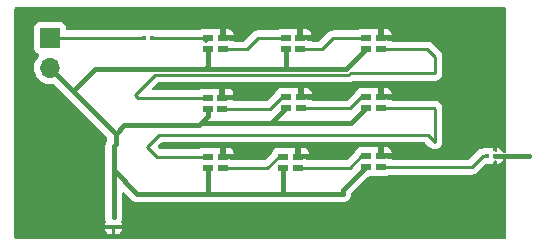
<source format=gbr>
%TF.GenerationSoftware,KiCad,Pcbnew,7.0.6*%
%TF.CreationDate,2023-07-25T20:45:16+02:00*%
%TF.ProjectId,led_strip,6c65645f-7374-4726-9970-2e6b69636164,rev?*%
%TF.SameCoordinates,Original*%
%TF.FileFunction,Copper,L1,Top*%
%TF.FilePolarity,Positive*%
%FSLAX46Y46*%
G04 Gerber Fmt 4.6, Leading zero omitted, Abs format (unit mm)*
G04 Created by KiCad (PCBNEW 7.0.6) date 2023-07-25 20:45:16*
%MOMM*%
%LPD*%
G01*
G04 APERTURE LIST*
%TA.AperFunction,SMDPad,CuDef*%
%ADD10R,0.858799X0.508800*%
%TD*%
%TA.AperFunction,SMDPad,CuDef*%
%ADD11R,0.377800X0.355600*%
%TD*%
%TA.AperFunction,SMDPad,CuDef*%
%ADD12R,0.406400X0.292100*%
%TD*%
%TA.AperFunction,ComponentPad*%
%ADD13R,1.700000X1.700000*%
%TD*%
%TA.AperFunction,ComponentPad*%
%ADD14O,1.700000X1.700000*%
%TD*%
%TA.AperFunction,Conductor*%
%ADD15C,0.400000*%
%TD*%
%TA.AperFunction,Conductor*%
%ADD16C,0.250000*%
%TD*%
G04 APERTURE END LIST*
D10*
%TO.P,U9,1,DIN*%
%TO.N,Net-(U8-DOUT)*%
X108758798Y-45000000D03*
%TO.P,U9,2,VDD*%
%TO.N,+5V*%
X108758798Y-45950000D03*
%TO.P,U9,3,DOUT*%
%TO.N,Net-(U9-DOUT)*%
X110000000Y-45950000D03*
%TO.P,U9,4,GND*%
%TO.N,Earth*%
X110000000Y-45000000D03*
%TD*%
%TO.P,U8,1,DIN*%
%TO.N,Net-(U7-DOUT)*%
X101758798Y-45050000D03*
%TO.P,U8,2,VDD*%
%TO.N,+5V*%
X101758798Y-46000000D03*
%TO.P,U8,3,DOUT*%
%TO.N,Net-(U8-DOUT)*%
X103000000Y-46000000D03*
%TO.P,U8,4,GND*%
%TO.N,Earth*%
X103000000Y-45050000D03*
%TD*%
%TO.P,U7,1,DIN*%
%TO.N,Net-(U6-DOUT)*%
X95379399Y-45050000D03*
%TO.P,U7,2,VDD*%
%TO.N,+5V*%
X95379399Y-46000000D03*
%TO.P,U7,3,DOUT*%
%TO.N,Net-(U7-DOUT)*%
X96620601Y-46000000D03*
%TO.P,U7,4,GND*%
%TO.N,Earth*%
X96620601Y-45050000D03*
%TD*%
%TO.P,U6,1,DIN*%
%TO.N,Net-(U5-DOUT)*%
X108758798Y-40000000D03*
%TO.P,U6,2,VDD*%
%TO.N,+5V*%
X108758798Y-40950000D03*
%TO.P,U6,3,DOUT*%
%TO.N,Net-(U6-DOUT)*%
X110000000Y-40950000D03*
%TO.P,U6,4,GND*%
%TO.N,Earth*%
X110000000Y-40000000D03*
%TD*%
%TO.P,U5,1,DIN*%
%TO.N,Net-(U4-DOUT)*%
X102000000Y-40000000D03*
%TO.P,U5,2,VDD*%
%TO.N,+5V*%
X102000000Y-40950000D03*
%TO.P,U5,3,DOUT*%
%TO.N,Net-(U5-DOUT)*%
X103241202Y-40950000D03*
%TO.P,U5,4,GND*%
%TO.N,Earth*%
X103241202Y-40000000D03*
%TD*%
%TO.P,U4,1,DIN*%
%TO.N,Net-(U3-DOUT)*%
X95358798Y-40050000D03*
%TO.P,U4,2,VDD*%
%TO.N,+5V*%
X95358798Y-41000000D03*
%TO.P,U4,3,DOUT*%
%TO.N,Net-(U4-DOUT)*%
X96600000Y-41000000D03*
%TO.P,U4,4,GND*%
%TO.N,Earth*%
X96600000Y-40050000D03*
%TD*%
%TO.P,U3,1,DIN*%
%TO.N,Net-(U2-DOUT)*%
X108758798Y-35000000D03*
%TO.P,U3,2,VDD*%
%TO.N,+5V*%
X108758798Y-35950000D03*
%TO.P,U3,3,DOUT*%
%TO.N,Net-(U3-DOUT)*%
X110000000Y-35950000D03*
%TO.P,U3,4,GND*%
%TO.N,Earth*%
X110000000Y-35000000D03*
%TD*%
%TO.P,U2,1,DIN*%
%TO.N,Net-(U1-DOUT)*%
X101958798Y-35000000D03*
%TO.P,U2,2,VDD*%
%TO.N,+5V*%
X101958798Y-35950000D03*
%TO.P,U2,3,DOUT*%
%TO.N,Net-(U2-DOUT)*%
X103200000Y-35950000D03*
%TO.P,U2,4,GND*%
%TO.N,Earth*%
X103200000Y-35000000D03*
%TD*%
%TO.P,U1,1,DIN*%
%TO.N,Net-(U1-DIN)*%
X95379399Y-35000000D03*
%TO.P,U1,2,VDD*%
%TO.N,+5V*%
X95379399Y-35950000D03*
%TO.P,U1,3,DOUT*%
%TO.N,Net-(U1-DOUT)*%
X96620601Y-35950000D03*
%TO.P,U1,4,GND*%
%TO.N,Earth*%
X96620601Y-35000000D03*
%TD*%
D11*
%TO.P,R2,1*%
%TO.N,Net-(U9-DOUT)*%
X119000000Y-45000000D03*
%TO.P,R2,2*%
%TO.N,Earth*%
X119682600Y-45000000D03*
%TD*%
%TO.P,R1,1*%
%TO.N,Net-(J2-Pin_1)*%
X90000000Y-35000000D03*
%TO.P,R1,2*%
%TO.N,Net-(U1-DIN)*%
X90682600Y-35000000D03*
%TD*%
D12*
%TO.P,C1,2*%
%TO.N,Earth*%
X87400000Y-51000000D03*
%TO.P,C1,1*%
%TO.N,+5V*%
X87400000Y-50149100D03*
%TD*%
D13*
%TO.P,J2,1,Pin_1*%
%TO.N,Net-(J2-Pin_1)*%
X82000000Y-35000000D03*
D14*
%TO.P,J2,2,Pin_2*%
%TO.N,+5V*%
X82000000Y-37540000D03*
%TD*%
D15*
%TO.N,+5V*%
X87400000Y-46200000D02*
X87400000Y-50145950D01*
D16*
%TO.N,Net-(U3-DOUT)*%
X110000000Y-35950000D02*
X113950000Y-35950000D01*
X114600000Y-38000000D02*
X107451260Y-38000000D01*
X113950000Y-35950000D02*
X114600000Y-36600000D01*
X114600000Y-36600000D02*
X114600000Y-38000000D01*
X107451260Y-38000000D02*
X107326260Y-38125000D01*
X107326260Y-38125000D02*
X90875000Y-38125000D01*
X90875000Y-38125000D02*
X89200000Y-39800000D01*
X89200000Y-39800000D02*
X89450000Y-40050000D01*
X89450000Y-40050000D02*
X95358798Y-40050000D01*
%TO.N,Net-(U6-DOUT)*%
X110000000Y-40950000D02*
X114550000Y-40950000D01*
X114550000Y-40950000D02*
X114600000Y-41000000D01*
X114600000Y-41000000D02*
X114600000Y-43800000D01*
X114600000Y-43800000D02*
X114000000Y-43200000D01*
X114000000Y-43200000D02*
X91200000Y-43200000D01*
X91050000Y-45050000D02*
X95379399Y-45050000D01*
X91200000Y-43200000D02*
X90200000Y-44200000D01*
X90200000Y-44200000D02*
X91050000Y-45050000D01*
D15*
%TO.N,+5V*%
X100750000Y-42200000D02*
X107508798Y-42200000D01*
X107508798Y-42200000D02*
X108758798Y-40950000D01*
X94800000Y-42200000D02*
X95400000Y-41600000D01*
X94600000Y-42400000D02*
X94800000Y-42200000D01*
X94800000Y-42200000D02*
X100750000Y-42200000D01*
X100750000Y-42200000D02*
X102000000Y-40950000D01*
X88282800Y-42400000D02*
X94600000Y-42400000D01*
X95400000Y-41600000D02*
X95358798Y-41558798D01*
X95358798Y-41558798D02*
X95358798Y-41000000D01*
X87571400Y-43111400D02*
X88282800Y-42400000D01*
%TO.N,Earth*%
X119682600Y-45000000D02*
X122600000Y-45000000D01*
D16*
%TO.N,Net-(U9-DOUT)*%
X110000000Y-45950000D02*
X117715900Y-45950000D01*
X117715900Y-45950000D02*
X118665900Y-45000000D01*
X118665900Y-45000000D02*
X119000000Y-45000000D01*
D15*
%TO.N,+5V*%
X89400000Y-48200000D02*
X95400000Y-48200000D01*
X95400000Y-48200000D02*
X101600000Y-48200000D01*
X95379399Y-48179399D02*
X95400000Y-48200000D01*
X95379399Y-46000000D02*
X95379399Y-48179399D01*
X101600000Y-48200000D02*
X106800000Y-48200000D01*
X101758798Y-46000000D02*
X101758798Y-48041202D01*
X101758798Y-48041202D02*
X101600000Y-48200000D01*
X106800000Y-48200000D02*
X106800000Y-47908798D01*
X87400000Y-46200000D02*
X89400000Y-48200000D01*
X87400000Y-44171400D02*
X87400000Y-46200000D01*
X106800000Y-47908798D02*
X108758798Y-45950000D01*
X85800000Y-37600000D02*
X95200000Y-37600000D01*
X95200000Y-37600000D02*
X102000000Y-37600000D01*
X95379399Y-37420601D02*
X95200000Y-37600000D01*
X95379399Y-35950000D02*
X95379399Y-37420601D01*
X102000000Y-37600000D02*
X107108798Y-37600000D01*
X101958798Y-35950000D02*
X101958798Y-37558798D01*
X101958798Y-37558798D02*
X102000000Y-37600000D01*
X82000000Y-37540000D02*
X83930000Y-39470000D01*
X83930000Y-39470000D02*
X87571400Y-43111400D01*
X83930000Y-39470000D02*
X85800000Y-37600000D01*
X107108798Y-37600000D02*
X108758798Y-35950000D01*
X87571400Y-44000000D02*
X87400000Y-44171400D01*
X87571400Y-43111400D02*
X87571400Y-44000000D01*
D16*
%TO.N,Net-(U8-DOUT)*%
X103000000Y-46000000D02*
X107374999Y-46000000D01*
X107374999Y-46000000D02*
X108374999Y-45000000D01*
X108374999Y-45000000D02*
X108758798Y-45000000D01*
%TO.N,Net-(U7-DOUT)*%
X96620601Y-46000000D02*
X100424999Y-46000000D01*
X100424999Y-46000000D02*
X101374999Y-45050000D01*
X101374999Y-45050000D02*
X101758798Y-45050000D01*
%TO.N,Net-(U5-DOUT)*%
X103241202Y-40950000D02*
X107424999Y-40950000D01*
X107424999Y-40950000D02*
X108374999Y-40000000D01*
X108374999Y-40000000D02*
X108758798Y-40000000D01*
%TO.N,Net-(U4-DOUT)*%
X96600000Y-41000000D02*
X100616201Y-41000000D01*
X100616201Y-41000000D02*
X101616201Y-40000000D01*
X101616201Y-40000000D02*
X102000000Y-40000000D01*
%TO.N,Net-(U2-DOUT)*%
X105050000Y-35950000D02*
X106000000Y-35000000D01*
X103200000Y-35950000D02*
X105050000Y-35950000D01*
X106000000Y-35000000D02*
X108758798Y-35000000D01*
%TO.N,Net-(U1-DOUT)*%
X98650000Y-35950000D02*
X99600000Y-35000000D01*
X96620601Y-35950000D02*
X98650000Y-35950000D01*
X99600000Y-35000000D02*
X101958798Y-35000000D01*
%TO.N,Net-(U1-DIN)*%
X90682600Y-35000000D02*
X95379399Y-35000000D01*
%TO.N,Net-(J2-Pin_1)*%
X82000000Y-35000000D02*
X90000000Y-35000000D01*
%TO.N,Net-(U1-DIN)*%
X95104399Y-35275000D02*
X95379399Y-35000000D01*
%TD*%
%TA.AperFunction,Conductor*%
%TO.N,Earth*%
G36*
X120542539Y-32420185D02*
G01*
X120588294Y-32472989D01*
X120599500Y-32524500D01*
X120599500Y-44655993D01*
X120579815Y-44723032D01*
X120527011Y-44768787D01*
X120457853Y-44778731D01*
X120394297Y-44749706D01*
X120359318Y-44699326D01*
X120314854Y-44580113D01*
X120314850Y-44580106D01*
X120228690Y-44465012D01*
X120228687Y-44465009D01*
X120113593Y-44378849D01*
X120113586Y-44378845D01*
X119978879Y-44328603D01*
X119978872Y-44328601D01*
X119919344Y-44322200D01*
X119860400Y-44322200D01*
X119860400Y-44511485D01*
X119840715Y-44578524D01*
X119787911Y-44624279D01*
X119718753Y-44634223D01*
X119655197Y-44605198D01*
X119637134Y-44585796D01*
X119546447Y-44464655D01*
X119541119Y-44459327D01*
X119507634Y-44398004D01*
X119504800Y-44371646D01*
X119504800Y-44322200D01*
X119445855Y-44322200D01*
X119386324Y-44328601D01*
X119385340Y-44328969D01*
X119384523Y-44329027D01*
X119378773Y-44330386D01*
X119378552Y-44329453D01*
X119315648Y-44333949D01*
X119298683Y-44328967D01*
X119297702Y-44328601D01*
X119296384Y-44328109D01*
X119290963Y-44327526D01*
X119236773Y-44321700D01*
X119236763Y-44321700D01*
X118763229Y-44321700D01*
X118763223Y-44321701D01*
X118703615Y-44328109D01*
X118586710Y-44371711D01*
X118574689Y-44374871D01*
X118574760Y-44375115D01*
X118548030Y-44382880D01*
X118528979Y-44386825D01*
X118509111Y-44389334D01*
X118465784Y-44406488D01*
X118460258Y-44408379D01*
X118415514Y-44421379D01*
X118415510Y-44421381D01*
X118398266Y-44431579D01*
X118380805Y-44440133D01*
X118362174Y-44447510D01*
X118362162Y-44447517D01*
X118324470Y-44474902D01*
X118319587Y-44478109D01*
X118279480Y-44501829D01*
X118265314Y-44515995D01*
X118250524Y-44528627D01*
X118234314Y-44540404D01*
X118234311Y-44540407D01*
X118204610Y-44576309D01*
X118200677Y-44580631D01*
X117493128Y-45288181D01*
X117431805Y-45321666D01*
X117405447Y-45324500D01*
X111053400Y-45324500D01*
X110986361Y-45304815D01*
X110968191Y-45283846D01*
X110965719Y-45286319D01*
X110929400Y-45250000D01*
X110689266Y-45250000D01*
X110645933Y-45242182D01*
X110536882Y-45201508D01*
X110536883Y-45201508D01*
X110477283Y-45195101D01*
X110477281Y-45195100D01*
X110477273Y-45195100D01*
X110477265Y-45195100D01*
X109874000Y-45195100D01*
X109806961Y-45175415D01*
X109761206Y-45122611D01*
X109750000Y-45071100D01*
X109750000Y-44750000D01*
X110249999Y-44750000D01*
X110929400Y-44750000D01*
X110929400Y-44697772D01*
X110929399Y-44697755D01*
X110922998Y-44638227D01*
X110922996Y-44638220D01*
X110872754Y-44503513D01*
X110872750Y-44503506D01*
X110786590Y-44388412D01*
X110786587Y-44388409D01*
X110671493Y-44302249D01*
X110671486Y-44302245D01*
X110536779Y-44252003D01*
X110536772Y-44252001D01*
X110477244Y-44245600D01*
X110250000Y-44245600D01*
X110249999Y-44750000D01*
X109750000Y-44750000D01*
X109750000Y-44245600D01*
X109522755Y-44245600D01*
X109463227Y-44252001D01*
X109463220Y-44252003D01*
X109423444Y-44266838D01*
X109353752Y-44271821D01*
X109336781Y-44266838D01*
X109295678Y-44251508D01*
X109236081Y-44245101D01*
X109236079Y-44245100D01*
X109236071Y-44245100D01*
X109236062Y-44245100D01*
X108281527Y-44245100D01*
X108281521Y-44245101D01*
X108221914Y-44251508D01*
X108087069Y-44301802D01*
X108087062Y-44301806D01*
X107971853Y-44388052D01*
X107971850Y-44388055D01*
X107885604Y-44503264D01*
X107885600Y-44503271D01*
X107834631Y-44639928D01*
X107806130Y-44684276D01*
X107152227Y-45338181D01*
X107090904Y-45371666D01*
X107064546Y-45374500D01*
X104053400Y-45374500D01*
X103986361Y-45354815D01*
X103968191Y-45333846D01*
X103965719Y-45336319D01*
X103929400Y-45300000D01*
X103689266Y-45300000D01*
X103645933Y-45292182D01*
X103536882Y-45251508D01*
X103536883Y-45251508D01*
X103477283Y-45245101D01*
X103477281Y-45245100D01*
X103477273Y-45245100D01*
X103477265Y-45245100D01*
X102874000Y-45245100D01*
X102806961Y-45225415D01*
X102761206Y-45172611D01*
X102750000Y-45121100D01*
X102750000Y-44295600D01*
X103250000Y-44295600D01*
X103250000Y-44800000D01*
X103929400Y-44800000D01*
X103929400Y-44747772D01*
X103929399Y-44747755D01*
X103922998Y-44688227D01*
X103922996Y-44688220D01*
X103872754Y-44553513D01*
X103872750Y-44553506D01*
X103786590Y-44438412D01*
X103786587Y-44438409D01*
X103671493Y-44352249D01*
X103671486Y-44352245D01*
X103536779Y-44302003D01*
X103536772Y-44302001D01*
X103477244Y-44295600D01*
X103250000Y-44295600D01*
X102750000Y-44295600D01*
X102522755Y-44295600D01*
X102463227Y-44302001D01*
X102463220Y-44302003D01*
X102423444Y-44316838D01*
X102353752Y-44321821D01*
X102336781Y-44316838D01*
X102296472Y-44301804D01*
X102295681Y-44301509D01*
X102295680Y-44301508D01*
X102295678Y-44301508D01*
X102236081Y-44295101D01*
X102236079Y-44295100D01*
X102236071Y-44295100D01*
X102236062Y-44295100D01*
X101281527Y-44295100D01*
X101281521Y-44295101D01*
X101221914Y-44301508D01*
X101087069Y-44351802D01*
X101087062Y-44351806D01*
X100971853Y-44438052D01*
X100971850Y-44438055D01*
X100885604Y-44553264D01*
X100885600Y-44553271D01*
X100834631Y-44689928D01*
X100806130Y-44734276D01*
X100202227Y-45338181D01*
X100140904Y-45371666D01*
X100114546Y-45374500D01*
X97674001Y-45374500D01*
X97606962Y-45354815D01*
X97588792Y-45333846D01*
X97586320Y-45336319D01*
X97550001Y-45300000D01*
X97309867Y-45300000D01*
X97266534Y-45292182D01*
X97157483Y-45251508D01*
X97157484Y-45251508D01*
X97097884Y-45245101D01*
X97097882Y-45245100D01*
X97097874Y-45245100D01*
X97097866Y-45245100D01*
X96494601Y-45245100D01*
X96427562Y-45225415D01*
X96381807Y-45172611D01*
X96370601Y-45121100D01*
X96370601Y-44295600D01*
X96870601Y-44295600D01*
X96870601Y-44800000D01*
X97550001Y-44800000D01*
X97550001Y-44747772D01*
X97550000Y-44747755D01*
X97543599Y-44688227D01*
X97543597Y-44688220D01*
X97493355Y-44553513D01*
X97493351Y-44553506D01*
X97407191Y-44438412D01*
X97407188Y-44438409D01*
X97292094Y-44352249D01*
X97292087Y-44352245D01*
X97157380Y-44302003D01*
X97157373Y-44302001D01*
X97097845Y-44295600D01*
X96870601Y-44295600D01*
X96370601Y-44295600D01*
X96143356Y-44295600D01*
X96083828Y-44302001D01*
X96083821Y-44302003D01*
X96044045Y-44316838D01*
X95974353Y-44321821D01*
X95957382Y-44316838D01*
X95917073Y-44301804D01*
X95916282Y-44301509D01*
X95916281Y-44301508D01*
X95916279Y-44301508D01*
X95856682Y-44295101D01*
X95856680Y-44295100D01*
X95856672Y-44295100D01*
X95856663Y-44295100D01*
X94902128Y-44295100D01*
X94902122Y-44295101D01*
X94842515Y-44301508D01*
X94707670Y-44351802D01*
X94707668Y-44351803D01*
X94643598Y-44399767D01*
X94578134Y-44424184D01*
X94569287Y-44424500D01*
X91360452Y-44424500D01*
X91293413Y-44404815D01*
X91272771Y-44388181D01*
X91201428Y-44316838D01*
X91172269Y-44287678D01*
X91138785Y-44226357D01*
X91143769Y-44156665D01*
X91172265Y-44112323D01*
X91422772Y-43861816D01*
X91484094Y-43828334D01*
X91510452Y-43825500D01*
X113689548Y-43825500D01*
X113756587Y-43845185D01*
X113777229Y-43861819D01*
X114115993Y-44200583D01*
X114128632Y-44215382D01*
X114140403Y-44231584D01*
X114140404Y-44231586D01*
X114176304Y-44261284D01*
X114180616Y-44265207D01*
X114185529Y-44270120D01*
X114185533Y-44270123D01*
X114185534Y-44270124D01*
X114208872Y-44288227D01*
X114230927Y-44306472D01*
X114262177Y-44332324D01*
X114262178Y-44332324D01*
X114262180Y-44332326D01*
X114268766Y-44336506D01*
X114268612Y-44336747D01*
X114272204Y-44338948D01*
X114272350Y-44338703D01*
X114279060Y-44342671D01*
X114279063Y-44342672D01*
X114279064Y-44342673D01*
X114331341Y-44365295D01*
X114342565Y-44370152D01*
X114405173Y-44399614D01*
X114412594Y-44402025D01*
X114412505Y-44402298D01*
X114416530Y-44403536D01*
X114416611Y-44403260D01*
X114424099Y-44405435D01*
X114424104Y-44405437D01*
X114477363Y-44413872D01*
X114492434Y-44416259D01*
X114560404Y-44429226D01*
X114560408Y-44429226D01*
X114560412Y-44429227D01*
X114560415Y-44429226D01*
X114568195Y-44429716D01*
X114568176Y-44430004D01*
X114572383Y-44430202D01*
X114572393Y-44429915D01*
X114580192Y-44430160D01*
X114580194Y-44430159D01*
X114580196Y-44430160D01*
X114649073Y-44423649D01*
X114718138Y-44419304D01*
X114718142Y-44419302D01*
X114725804Y-44417841D01*
X114725858Y-44418125D01*
X114729982Y-44417271D01*
X114729919Y-44416988D01*
X114737520Y-44415288D01*
X114737533Y-44415287D01*
X114802638Y-44391847D01*
X114868441Y-44370467D01*
X114868443Y-44370465D01*
X114875509Y-44367141D01*
X114875632Y-44367403D01*
X114879408Y-44365553D01*
X114879277Y-44365295D01*
X114886224Y-44361755D01*
X114886228Y-44361754D01*
X114943478Y-44322846D01*
X115001877Y-44285786D01*
X115001879Y-44285783D01*
X115007882Y-44280818D01*
X115008067Y-44281041D01*
X115011274Y-44278302D01*
X115011084Y-44278086D01*
X115016936Y-44272926D01*
X115019571Y-44269937D01*
X115062702Y-44221013D01*
X115110062Y-44170582D01*
X115110063Y-44170579D01*
X115114645Y-44164273D01*
X115114879Y-44164443D01*
X115117304Y-44160992D01*
X115117065Y-44160830D01*
X115121447Y-44154381D01*
X115121450Y-44154378D01*
X115152856Y-44092738D01*
X115186197Y-44032092D01*
X115186198Y-44032087D01*
X115189071Y-44024834D01*
X115189339Y-44024940D01*
X115190827Y-44021001D01*
X115190555Y-44020903D01*
X115193196Y-44013566D01*
X115193197Y-44013565D01*
X115208283Y-43946071D01*
X115225500Y-43879019D01*
X115225500Y-43879012D01*
X115226478Y-43871276D01*
X115226761Y-43871311D01*
X115227224Y-43867124D01*
X115226938Y-43867097D01*
X115227672Y-43859334D01*
X115225500Y-43790203D01*
X115225500Y-41082742D01*
X115227224Y-41067122D01*
X115226939Y-41067095D01*
X115227673Y-41059333D01*
X115225500Y-40990172D01*
X115225500Y-40960656D01*
X115225500Y-40960650D01*
X115224631Y-40953779D01*
X115224173Y-40947952D01*
X115222710Y-40901373D01*
X115217119Y-40882130D01*
X115213173Y-40863078D01*
X115210664Y-40843208D01*
X115193504Y-40799867D01*
X115191624Y-40794379D01*
X115178618Y-40749610D01*
X115177659Y-40747989D01*
X115168423Y-40732371D01*
X115159861Y-40714894D01*
X115152487Y-40696270D01*
X115151699Y-40695185D01*
X115125079Y-40658545D01*
X115121888Y-40653686D01*
X115114490Y-40641177D01*
X115098170Y-40613580D01*
X115098169Y-40613579D01*
X115098166Y-40613575D01*
X115084007Y-40599417D01*
X115071367Y-40584618D01*
X115068300Y-40580396D01*
X115059594Y-40568413D01*
X115042583Y-40554340D01*
X115039678Y-40551779D01*
X115035787Y-40548125D01*
X115035786Y-40548123D01*
X114985362Y-40500771D01*
X114983818Y-40499227D01*
X114964476Y-40479884D01*
X114958986Y-40475625D01*
X114954561Y-40471847D01*
X114920582Y-40439938D01*
X114920580Y-40439936D01*
X114920577Y-40439935D01*
X114903029Y-40430288D01*
X114886763Y-40419604D01*
X114870933Y-40407325D01*
X114828168Y-40388818D01*
X114822922Y-40386248D01*
X114782093Y-40363803D01*
X114782092Y-40363802D01*
X114762693Y-40358822D01*
X114744281Y-40352518D01*
X114725898Y-40344562D01*
X114725892Y-40344560D01*
X114679874Y-40337272D01*
X114674152Y-40336087D01*
X114629021Y-40324500D01*
X114629019Y-40324500D01*
X114608984Y-40324500D01*
X114589586Y-40322973D01*
X114581333Y-40321666D01*
X114569805Y-40319840D01*
X114569804Y-40319840D01*
X114523416Y-40324225D01*
X114517578Y-40324500D01*
X111053400Y-40324500D01*
X110986361Y-40304815D01*
X110968191Y-40283846D01*
X110965719Y-40286319D01*
X110929400Y-40250000D01*
X110689266Y-40250000D01*
X110645933Y-40242182D01*
X110536882Y-40201508D01*
X110536883Y-40201508D01*
X110477283Y-40195101D01*
X110477281Y-40195100D01*
X110477273Y-40195100D01*
X110477265Y-40195100D01*
X109874000Y-40195100D01*
X109806961Y-40175415D01*
X109761206Y-40122611D01*
X109750000Y-40071100D01*
X109750000Y-39749999D01*
X110249999Y-39749999D01*
X110250000Y-39750000D01*
X110929400Y-39750000D01*
X110929400Y-39697772D01*
X110929399Y-39697755D01*
X110922998Y-39638227D01*
X110922996Y-39638220D01*
X110872754Y-39503513D01*
X110872750Y-39503506D01*
X110786590Y-39388412D01*
X110786587Y-39388409D01*
X110671493Y-39302249D01*
X110671486Y-39302245D01*
X110536779Y-39252003D01*
X110536772Y-39252001D01*
X110477244Y-39245600D01*
X110250000Y-39245600D01*
X110249999Y-39749999D01*
X109750000Y-39749999D01*
X109750000Y-39245600D01*
X109522755Y-39245600D01*
X109463227Y-39252001D01*
X109463220Y-39252003D01*
X109423444Y-39266838D01*
X109353752Y-39271821D01*
X109336781Y-39266838D01*
X109295678Y-39251508D01*
X109236081Y-39245101D01*
X109236079Y-39245100D01*
X109236071Y-39245100D01*
X109236062Y-39245100D01*
X108281527Y-39245100D01*
X108281521Y-39245101D01*
X108221914Y-39251508D01*
X108087069Y-39301802D01*
X108087062Y-39301806D01*
X107971853Y-39388052D01*
X107971850Y-39388055D01*
X107885604Y-39503264D01*
X107885600Y-39503271D01*
X107834631Y-39639928D01*
X107806130Y-39684276D01*
X107202227Y-40288181D01*
X107140904Y-40321666D01*
X107114546Y-40324500D01*
X104294602Y-40324500D01*
X104227563Y-40304815D01*
X104209393Y-40283846D01*
X104206921Y-40286319D01*
X104170602Y-40250000D01*
X103930468Y-40250000D01*
X103887135Y-40242182D01*
X103778084Y-40201508D01*
X103778085Y-40201508D01*
X103718485Y-40195101D01*
X103718483Y-40195100D01*
X103718475Y-40195100D01*
X103718467Y-40195100D01*
X103115202Y-40195100D01*
X103048163Y-40175415D01*
X103002408Y-40122611D01*
X102991202Y-40071100D01*
X102991202Y-39245600D01*
X103491202Y-39245600D01*
X103491202Y-39750000D01*
X104170602Y-39750000D01*
X104170602Y-39697772D01*
X104170601Y-39697755D01*
X104164200Y-39638227D01*
X104164198Y-39638220D01*
X104113956Y-39503513D01*
X104113952Y-39503506D01*
X104027792Y-39388412D01*
X104027789Y-39388409D01*
X103912695Y-39302249D01*
X103912688Y-39302245D01*
X103777981Y-39252003D01*
X103777974Y-39252001D01*
X103718446Y-39245600D01*
X103491202Y-39245600D01*
X102991202Y-39245600D01*
X102763957Y-39245600D01*
X102704429Y-39252001D01*
X102704422Y-39252003D01*
X102664646Y-39266838D01*
X102594954Y-39271821D01*
X102577983Y-39266838D01*
X102536880Y-39251508D01*
X102477283Y-39245101D01*
X102477281Y-39245100D01*
X102477273Y-39245100D01*
X102477264Y-39245100D01*
X101522729Y-39245100D01*
X101522723Y-39245101D01*
X101463116Y-39251508D01*
X101328271Y-39301802D01*
X101328264Y-39301806D01*
X101213055Y-39388052D01*
X101213052Y-39388055D01*
X101126806Y-39503264D01*
X101126802Y-39503271D01*
X101075833Y-39639928D01*
X101047332Y-39684276D01*
X100393429Y-40338181D01*
X100332106Y-40371666D01*
X100305748Y-40374500D01*
X97653400Y-40374500D01*
X97586361Y-40354815D01*
X97568191Y-40333846D01*
X97565719Y-40336319D01*
X97529400Y-40300000D01*
X97289266Y-40300000D01*
X97245933Y-40292182D01*
X97136882Y-40251508D01*
X97136883Y-40251508D01*
X97077283Y-40245101D01*
X97077281Y-40245100D01*
X97077273Y-40245100D01*
X97077265Y-40245100D01*
X96474000Y-40245100D01*
X96406961Y-40225415D01*
X96361206Y-40172611D01*
X96350000Y-40121100D01*
X96350000Y-39295600D01*
X96850000Y-39295600D01*
X96850000Y-39800000D01*
X97529400Y-39800000D01*
X97529400Y-39747772D01*
X97529399Y-39747755D01*
X97522998Y-39688227D01*
X97522996Y-39688220D01*
X97472754Y-39553513D01*
X97472750Y-39553506D01*
X97386590Y-39438412D01*
X97386587Y-39438409D01*
X97271493Y-39352249D01*
X97271486Y-39352245D01*
X97136779Y-39302003D01*
X97136772Y-39302001D01*
X97077244Y-39295600D01*
X96850000Y-39295600D01*
X96350000Y-39295600D01*
X96122755Y-39295600D01*
X96063227Y-39302001D01*
X96063220Y-39302003D01*
X96023444Y-39316838D01*
X95953752Y-39321821D01*
X95936781Y-39316838D01*
X95896472Y-39301804D01*
X95895681Y-39301509D01*
X95895680Y-39301508D01*
X95895678Y-39301508D01*
X95836081Y-39295101D01*
X95836079Y-39295100D01*
X95836071Y-39295100D01*
X95836062Y-39295100D01*
X94881527Y-39295100D01*
X94881521Y-39295101D01*
X94821914Y-39301508D01*
X94687069Y-39351802D01*
X94687067Y-39351803D01*
X94642016Y-39385529D01*
X94623274Y-39399560D01*
X94622997Y-39399767D01*
X94557533Y-39424184D01*
X94548686Y-39424500D01*
X90759452Y-39424500D01*
X90692413Y-39404815D01*
X90646658Y-39352011D01*
X90636714Y-39282853D01*
X90665739Y-39219297D01*
X90671771Y-39212819D01*
X91097771Y-38786819D01*
X91159094Y-38753334D01*
X91185452Y-38750500D01*
X107243517Y-38750500D01*
X107259137Y-38752224D01*
X107259164Y-38751939D01*
X107266920Y-38752671D01*
X107266927Y-38752673D01*
X107336074Y-38750500D01*
X107365610Y-38750500D01*
X107372488Y-38749630D01*
X107378301Y-38749172D01*
X107424887Y-38747709D01*
X107444129Y-38742117D01*
X107463172Y-38738174D01*
X107483052Y-38735664D01*
X107526382Y-38718507D01*
X107531906Y-38716617D01*
X107540793Y-38714035D01*
X107576650Y-38703618D01*
X107593889Y-38693422D01*
X107611363Y-38684862D01*
X107629988Y-38677488D01*
X107629989Y-38677487D01*
X107629992Y-38677486D01*
X107667700Y-38650088D01*
X107672563Y-38646894D01*
X107677750Y-38643826D01*
X107679560Y-38642757D01*
X107742662Y-38625500D01*
X114529153Y-38625500D01*
X114552385Y-38627696D01*
X114553989Y-38628001D01*
X114560412Y-38629227D01*
X114617724Y-38625621D01*
X114621597Y-38625500D01*
X114639342Y-38625500D01*
X114639350Y-38625500D01*
X114656990Y-38623271D01*
X114660807Y-38622910D01*
X114718138Y-38619304D01*
X114725905Y-38616780D01*
X114748680Y-38611688D01*
X114756792Y-38610664D01*
X114810195Y-38589519D01*
X114813835Y-38588209D01*
X114868441Y-38570467D01*
X114875337Y-38566090D01*
X114896133Y-38555494D01*
X114903732Y-38552486D01*
X114950191Y-38518730D01*
X114953390Y-38516555D01*
X115001877Y-38485786D01*
X115007466Y-38479833D01*
X115024979Y-38464394D01*
X115031587Y-38459594D01*
X115068190Y-38415347D01*
X115070736Y-38412457D01*
X115110062Y-38370582D01*
X115113998Y-38363421D01*
X115127119Y-38344114D01*
X115132324Y-38337823D01*
X115132326Y-38337819D01*
X115156769Y-38285874D01*
X115158528Y-38282419D01*
X115186197Y-38232092D01*
X115188227Y-38224181D01*
X115196135Y-38202218D01*
X115199614Y-38194826D01*
X115210377Y-38138401D01*
X115211218Y-38134640D01*
X115225500Y-38079019D01*
X115225499Y-38070847D01*
X115227697Y-38047603D01*
X115229227Y-38039588D01*
X115225619Y-37982242D01*
X115225500Y-37978434D01*
X115225500Y-36682742D01*
X115227224Y-36667122D01*
X115226939Y-36667096D01*
X115227671Y-36659340D01*
X115227673Y-36659333D01*
X115225500Y-36590185D01*
X115225500Y-36560650D01*
X115224631Y-36553772D01*
X115224172Y-36547943D01*
X115222709Y-36501372D01*
X115217122Y-36482144D01*
X115213174Y-36463084D01*
X115211540Y-36450145D01*
X115210664Y-36443208D01*
X115210663Y-36443206D01*
X115210663Y-36443204D01*
X115193512Y-36399887D01*
X115191619Y-36394358D01*
X115178618Y-36349609D01*
X115178616Y-36349606D01*
X115168423Y-36332371D01*
X115159861Y-36314894D01*
X115152487Y-36296270D01*
X115152486Y-36296268D01*
X115125079Y-36258545D01*
X115121888Y-36253686D01*
X115121054Y-36252276D01*
X115098170Y-36213580D01*
X115098168Y-36213578D01*
X115098165Y-36213574D01*
X115084006Y-36199415D01*
X115071368Y-36184619D01*
X115059594Y-36168413D01*
X115023688Y-36138709D01*
X115019376Y-36134786D01*
X114450803Y-35566212D01*
X114440980Y-35553950D01*
X114440759Y-35554134D01*
X114435786Y-35548123D01*
X114385364Y-35500773D01*
X114374919Y-35490328D01*
X114364475Y-35479883D01*
X114358986Y-35475625D01*
X114354561Y-35471847D01*
X114320582Y-35439938D01*
X114320580Y-35439936D01*
X114320577Y-35439935D01*
X114303029Y-35430288D01*
X114286763Y-35419604D01*
X114270933Y-35407325D01*
X114228168Y-35388818D01*
X114222922Y-35386248D01*
X114182093Y-35363803D01*
X114182092Y-35363802D01*
X114162693Y-35358822D01*
X114144281Y-35352518D01*
X114125898Y-35344562D01*
X114125892Y-35344560D01*
X114079874Y-35337272D01*
X114074152Y-35336087D01*
X114029021Y-35324500D01*
X114029019Y-35324500D01*
X114008984Y-35324500D01*
X113989586Y-35322973D01*
X113981333Y-35321666D01*
X113969805Y-35319840D01*
X113969804Y-35319840D01*
X113923416Y-35324225D01*
X113917578Y-35324500D01*
X111053400Y-35324500D01*
X110986361Y-35304815D01*
X110968191Y-35283846D01*
X110965719Y-35286319D01*
X110929400Y-35250000D01*
X110689266Y-35250000D01*
X110645933Y-35242182D01*
X110536882Y-35201508D01*
X110536883Y-35201508D01*
X110477283Y-35195101D01*
X110477281Y-35195100D01*
X110477273Y-35195100D01*
X110477265Y-35195100D01*
X109874000Y-35195100D01*
X109806961Y-35175415D01*
X109761206Y-35122611D01*
X109750000Y-35071100D01*
X109750000Y-34750000D01*
X110249999Y-34750000D01*
X110929400Y-34750000D01*
X110929400Y-34697772D01*
X110929399Y-34697755D01*
X110922998Y-34638227D01*
X110922996Y-34638220D01*
X110872754Y-34503513D01*
X110872750Y-34503506D01*
X110786590Y-34388412D01*
X110786587Y-34388409D01*
X110671493Y-34302249D01*
X110671486Y-34302245D01*
X110536779Y-34252003D01*
X110536772Y-34252001D01*
X110477244Y-34245600D01*
X110250000Y-34245600D01*
X110249999Y-34750000D01*
X109750000Y-34750000D01*
X109750000Y-34245600D01*
X109522755Y-34245600D01*
X109463227Y-34252001D01*
X109463220Y-34252003D01*
X109423444Y-34266838D01*
X109353752Y-34271821D01*
X109336781Y-34266838D01*
X109295678Y-34251508D01*
X109236081Y-34245101D01*
X109236079Y-34245100D01*
X109236071Y-34245100D01*
X109236062Y-34245100D01*
X108281527Y-34245100D01*
X108281521Y-34245101D01*
X108221914Y-34251508D01*
X108087069Y-34301802D01*
X108087067Y-34301803D01*
X108022997Y-34349767D01*
X107957533Y-34374184D01*
X107948686Y-34374500D01*
X106082743Y-34374500D01*
X106067122Y-34372775D01*
X106067096Y-34373061D01*
X106059334Y-34372327D01*
X106059333Y-34372327D01*
X105990186Y-34374500D01*
X105960649Y-34374500D01*
X105953766Y-34375369D01*
X105947949Y-34375826D01*
X105901373Y-34377290D01*
X105882129Y-34382881D01*
X105863079Y-34386825D01*
X105843211Y-34389334D01*
X105799884Y-34406488D01*
X105794358Y-34408379D01*
X105749614Y-34421379D01*
X105749610Y-34421381D01*
X105732366Y-34431579D01*
X105714905Y-34440133D01*
X105696274Y-34447510D01*
X105696262Y-34447517D01*
X105658570Y-34474902D01*
X105653687Y-34478109D01*
X105613580Y-34501829D01*
X105599414Y-34515995D01*
X105584624Y-34528627D01*
X105568414Y-34540404D01*
X105568411Y-34540407D01*
X105538710Y-34576309D01*
X105534777Y-34580631D01*
X104827228Y-35288181D01*
X104765905Y-35321666D01*
X104739547Y-35324500D01*
X104253400Y-35324500D01*
X104186361Y-35304815D01*
X104168191Y-35283846D01*
X104165719Y-35286319D01*
X104129400Y-35250000D01*
X103889266Y-35250000D01*
X103845933Y-35242182D01*
X103736882Y-35201508D01*
X103736883Y-35201508D01*
X103677283Y-35195101D01*
X103677281Y-35195100D01*
X103677273Y-35195100D01*
X103677265Y-35195100D01*
X103074000Y-35195100D01*
X103006961Y-35175415D01*
X102961206Y-35122611D01*
X102950000Y-35071100D01*
X102950000Y-34245600D01*
X103450000Y-34245600D01*
X103450000Y-34750000D01*
X104129400Y-34750000D01*
X104129400Y-34697772D01*
X104129399Y-34697755D01*
X104122998Y-34638227D01*
X104122996Y-34638220D01*
X104072754Y-34503513D01*
X104072750Y-34503506D01*
X103986590Y-34388412D01*
X103986587Y-34388409D01*
X103871493Y-34302249D01*
X103871486Y-34302245D01*
X103736779Y-34252003D01*
X103736772Y-34252001D01*
X103677244Y-34245600D01*
X103450000Y-34245600D01*
X102950000Y-34245600D01*
X102722755Y-34245600D01*
X102663227Y-34252001D01*
X102663220Y-34252003D01*
X102623444Y-34266838D01*
X102553752Y-34271821D01*
X102536781Y-34266838D01*
X102495678Y-34251508D01*
X102436081Y-34245101D01*
X102436079Y-34245100D01*
X102436071Y-34245100D01*
X102436062Y-34245100D01*
X101481527Y-34245100D01*
X101481521Y-34245101D01*
X101421914Y-34251508D01*
X101287069Y-34301802D01*
X101287067Y-34301803D01*
X101222997Y-34349767D01*
X101157533Y-34374184D01*
X101148686Y-34374500D01*
X99682743Y-34374500D01*
X99667122Y-34372775D01*
X99667096Y-34373061D01*
X99659334Y-34372327D01*
X99659333Y-34372327D01*
X99590186Y-34374500D01*
X99560649Y-34374500D01*
X99553766Y-34375369D01*
X99547949Y-34375826D01*
X99501373Y-34377290D01*
X99482129Y-34382881D01*
X99463079Y-34386825D01*
X99443211Y-34389334D01*
X99399884Y-34406488D01*
X99394358Y-34408379D01*
X99349614Y-34421379D01*
X99349610Y-34421381D01*
X99332366Y-34431579D01*
X99314905Y-34440133D01*
X99296274Y-34447510D01*
X99296262Y-34447517D01*
X99258570Y-34474902D01*
X99253687Y-34478109D01*
X99213580Y-34501829D01*
X99199414Y-34515995D01*
X99184624Y-34528627D01*
X99168414Y-34540404D01*
X99168411Y-34540407D01*
X99138710Y-34576309D01*
X99134777Y-34580631D01*
X98427228Y-35288181D01*
X98365905Y-35321666D01*
X98339547Y-35324500D01*
X97674001Y-35324500D01*
X97606962Y-35304815D01*
X97588792Y-35283846D01*
X97586320Y-35286319D01*
X97550001Y-35250000D01*
X97309867Y-35250000D01*
X97266534Y-35242182D01*
X97157483Y-35201508D01*
X97157484Y-35201508D01*
X97097884Y-35195101D01*
X97097882Y-35195100D01*
X97097874Y-35195100D01*
X97097866Y-35195100D01*
X96494601Y-35195100D01*
X96427562Y-35175415D01*
X96381807Y-35122611D01*
X96370601Y-35071100D01*
X96370601Y-34245600D01*
X96870601Y-34245600D01*
X96870601Y-34750000D01*
X97550001Y-34750000D01*
X97550001Y-34697772D01*
X97550000Y-34697755D01*
X97543599Y-34638227D01*
X97543597Y-34638220D01*
X97493355Y-34503513D01*
X97493351Y-34503506D01*
X97407191Y-34388412D01*
X97407188Y-34388409D01*
X97292094Y-34302249D01*
X97292087Y-34302245D01*
X97157380Y-34252003D01*
X97157373Y-34252001D01*
X97097845Y-34245600D01*
X96870601Y-34245600D01*
X96370601Y-34245600D01*
X96143356Y-34245600D01*
X96083828Y-34252001D01*
X96083821Y-34252003D01*
X96044045Y-34266838D01*
X95974353Y-34271821D01*
X95957382Y-34266838D01*
X95916279Y-34251508D01*
X95856682Y-34245101D01*
X95856680Y-34245100D01*
X95856672Y-34245100D01*
X95856663Y-34245100D01*
X94902128Y-34245100D01*
X94902122Y-34245101D01*
X94842515Y-34251508D01*
X94707670Y-34301802D01*
X94707668Y-34301803D01*
X94643598Y-34349767D01*
X94578134Y-34374184D01*
X94569287Y-34374500D01*
X91125736Y-34374500D01*
X91082403Y-34366682D01*
X90978986Y-34328110D01*
X90978985Y-34328109D01*
X90978983Y-34328109D01*
X90919373Y-34321700D01*
X90919363Y-34321700D01*
X90445829Y-34321700D01*
X90445823Y-34321701D01*
X90386220Y-34328108D01*
X90386213Y-34328110D01*
X90384618Y-34328705D01*
X90383297Y-34328799D01*
X90378674Y-34329892D01*
X90378496Y-34329141D01*
X90314925Y-34333680D01*
X90297978Y-34328703D01*
X90296387Y-34328110D01*
X90296382Y-34328108D01*
X90236782Y-34321701D01*
X90236773Y-34321700D01*
X90236763Y-34321700D01*
X89763229Y-34321700D01*
X89763223Y-34321701D01*
X89703616Y-34328108D01*
X89600197Y-34366682D01*
X89556864Y-34374500D01*
X83474499Y-34374500D01*
X83407460Y-34354815D01*
X83361705Y-34302011D01*
X83350499Y-34250500D01*
X83350499Y-34102129D01*
X83350498Y-34102123D01*
X83350497Y-34102116D01*
X83344091Y-34042517D01*
X83293796Y-33907669D01*
X83293795Y-33907668D01*
X83293793Y-33907664D01*
X83207547Y-33792455D01*
X83207544Y-33792452D01*
X83092335Y-33706206D01*
X83092328Y-33706202D01*
X82957482Y-33655908D01*
X82957483Y-33655908D01*
X82897883Y-33649501D01*
X82897881Y-33649500D01*
X82897873Y-33649500D01*
X82897864Y-33649500D01*
X81102129Y-33649500D01*
X81102123Y-33649501D01*
X81042516Y-33655908D01*
X80907671Y-33706202D01*
X80907664Y-33706206D01*
X80792455Y-33792452D01*
X80792452Y-33792455D01*
X80706206Y-33907664D01*
X80706202Y-33907671D01*
X80655908Y-34042517D01*
X80649501Y-34102116D01*
X80649501Y-34102123D01*
X80649500Y-34102135D01*
X80649500Y-35897870D01*
X80649501Y-35897876D01*
X80655908Y-35957483D01*
X80706202Y-36092328D01*
X80706206Y-36092335D01*
X80792452Y-36207544D01*
X80792455Y-36207547D01*
X80907664Y-36293793D01*
X80907671Y-36293797D01*
X81039081Y-36342810D01*
X81095015Y-36384681D01*
X81119432Y-36450145D01*
X81104580Y-36518418D01*
X81083430Y-36546673D01*
X80961503Y-36668600D01*
X80825965Y-36862169D01*
X80825964Y-36862171D01*
X80726098Y-37076335D01*
X80726094Y-37076344D01*
X80664938Y-37304586D01*
X80664936Y-37304596D01*
X80644341Y-37539999D01*
X80644341Y-37540000D01*
X80664936Y-37775403D01*
X80664938Y-37775413D01*
X80726094Y-38003655D01*
X80726096Y-38003659D01*
X80726097Y-38003663D01*
X80788047Y-38136515D01*
X80825965Y-38217830D01*
X80825967Y-38217834D01*
X80932923Y-38370582D01*
X80961505Y-38411401D01*
X81128599Y-38578495D01*
X81192026Y-38622907D01*
X81322165Y-38714032D01*
X81322167Y-38714033D01*
X81322170Y-38714035D01*
X81536337Y-38813903D01*
X81764592Y-38875063D01*
X81952918Y-38891539D01*
X81999999Y-38895659D01*
X82000000Y-38895659D01*
X82000001Y-38895659D01*
X82039234Y-38892226D01*
X82235408Y-38875063D01*
X82252216Y-38870559D01*
X82322064Y-38872218D01*
X82371994Y-38902651D01*
X83357086Y-39887742D01*
X83357087Y-39887744D01*
X83374528Y-39905185D01*
X83404709Y-39935366D01*
X83404710Y-39935367D01*
X86834582Y-43365239D01*
X86868066Y-43426560D01*
X86870900Y-43452918D01*
X86870900Y-43666158D01*
X86851215Y-43733197D01*
X86848948Y-43736601D01*
X86836591Y-43754502D01*
X86834373Y-43757516D01*
X86796124Y-43806339D01*
X86796119Y-43806348D01*
X86791960Y-43815588D01*
X86780942Y-43835123D01*
X86775187Y-43843461D01*
X86775183Y-43843467D01*
X86775182Y-43843470D01*
X86775180Y-43843474D01*
X86775179Y-43843477D01*
X86753189Y-43901455D01*
X86751757Y-43904913D01*
X86726305Y-43961468D01*
X86724477Y-43971442D01*
X86718453Y-43993053D01*
X86714860Y-44002527D01*
X86714859Y-44002528D01*
X86707384Y-44064085D01*
X86706821Y-44067786D01*
X86695642Y-44128790D01*
X86695642Y-44128795D01*
X86699387Y-44190702D01*
X86699500Y-44194447D01*
X86699500Y-46176951D01*
X86699387Y-46180696D01*
X86695642Y-46242604D01*
X86695642Y-46242606D01*
X86697469Y-46252575D01*
X86699500Y-46274927D01*
X86699500Y-49922082D01*
X86699145Y-49928714D01*
X86696300Y-49955176D01*
X86696300Y-50343020D01*
X86696301Y-50343026D01*
X86702708Y-50402633D01*
X86750934Y-50531932D01*
X86755918Y-50601624D01*
X86750934Y-50618598D01*
X86703203Y-50746570D01*
X86703201Y-50746577D01*
X86696800Y-50806105D01*
X86696800Y-50853950D01*
X88103199Y-50853950D01*
X88103200Y-50806122D01*
X88103199Y-50806105D01*
X88096798Y-50746577D01*
X88096796Y-50746570D01*
X88049065Y-50618596D01*
X88044081Y-50548905D01*
X88049058Y-50531951D01*
X88097291Y-50402633D01*
X88103700Y-50343023D01*
X88103699Y-49955178D01*
X88100854Y-49928720D01*
X88100500Y-49922091D01*
X88100500Y-48190519D01*
X88120185Y-48123480D01*
X88172989Y-48077725D01*
X88242147Y-48067781D01*
X88305703Y-48096806D01*
X88312181Y-48102838D01*
X88888399Y-48679056D01*
X88890935Y-48681750D01*
X88932069Y-48728181D01*
X88932073Y-48728185D01*
X88959021Y-48746786D01*
X88983117Y-48763417D01*
X88986107Y-48765617D01*
X89034943Y-48803878D01*
X89044180Y-48808035D01*
X89063726Y-48819058D01*
X89072070Y-48824818D01*
X89116583Y-48841699D01*
X89130052Y-48846807D01*
X89133514Y-48848241D01*
X89190068Y-48873694D01*
X89200030Y-48875519D01*
X89221651Y-48881546D01*
X89231125Y-48885139D01*
X89231128Y-48885140D01*
X89247871Y-48887173D01*
X89292689Y-48892615D01*
X89296386Y-48893177D01*
X89357394Y-48904357D01*
X89357395Y-48904356D01*
X89357396Y-48904357D01*
X89419293Y-48900613D01*
X89423037Y-48900500D01*
X95325078Y-48900500D01*
X95347429Y-48902531D01*
X95349933Y-48902989D01*
X95357394Y-48904357D01*
X95357395Y-48904356D01*
X95357396Y-48904357D01*
X95419293Y-48900613D01*
X95423037Y-48900500D01*
X101557628Y-48900500D01*
X101576952Y-48900500D01*
X101580697Y-48900613D01*
X101588516Y-48901085D01*
X101642606Y-48904358D01*
X101652575Y-48902531D01*
X101674927Y-48900500D01*
X106885058Y-48900500D01*
X106894590Y-48898149D01*
X106922875Y-48891177D01*
X106930206Y-48889834D01*
X106968872Y-48885140D01*
X107005277Y-48871333D01*
X107012427Y-48869106D01*
X107023744Y-48866316D01*
X107050225Y-48859790D01*
X107084707Y-48841691D01*
X107091507Y-48838630D01*
X107127930Y-48824818D01*
X107159981Y-48802693D01*
X107166379Y-48798825D01*
X107200852Y-48780734D01*
X107230002Y-48754908D01*
X107235871Y-48750310D01*
X107267929Y-48728183D01*
X107293748Y-48699037D01*
X107299037Y-48693748D01*
X107328183Y-48667929D01*
X107350310Y-48635871D01*
X107354908Y-48630002D01*
X107380734Y-48600852D01*
X107398825Y-48566379D01*
X107402693Y-48559981D01*
X107424818Y-48527930D01*
X107438630Y-48491507D01*
X107441691Y-48484707D01*
X107459790Y-48450225D01*
X107469106Y-48412427D01*
X107471335Y-48405271D01*
X107485140Y-48368872D01*
X107489834Y-48330206D01*
X107491177Y-48322875D01*
X107500500Y-48285056D01*
X107500499Y-48250316D01*
X107520182Y-48183279D01*
X107536813Y-48162640D01*
X108958236Y-46741218D01*
X109019559Y-46707733D01*
X109045917Y-46704899D01*
X109236069Y-46704899D01*
X109236070Y-46704899D01*
X109295681Y-46698491D01*
X109336063Y-46683428D01*
X109405754Y-46678443D01*
X109422726Y-46683426D01*
X109463117Y-46698491D01*
X109522727Y-46704900D01*
X110477272Y-46704899D01*
X110536883Y-46698491D01*
X110671731Y-46648196D01*
X110735801Y-46600232D01*
X110801265Y-46575816D01*
X110810112Y-46575500D01*
X117633157Y-46575500D01*
X117648777Y-46577224D01*
X117648804Y-46576939D01*
X117656560Y-46577671D01*
X117656567Y-46577673D01*
X117725714Y-46575500D01*
X117755250Y-46575500D01*
X117762128Y-46574630D01*
X117767941Y-46574172D01*
X117814527Y-46572709D01*
X117833769Y-46567117D01*
X117852812Y-46563174D01*
X117872692Y-46560664D01*
X117916022Y-46543507D01*
X117921546Y-46541617D01*
X117925296Y-46540527D01*
X117966290Y-46528618D01*
X117983529Y-46518422D01*
X118001003Y-46509862D01*
X118019627Y-46502488D01*
X118019627Y-46502487D01*
X118019632Y-46502486D01*
X118057349Y-46475082D01*
X118062205Y-46471892D01*
X118102320Y-46448170D01*
X118116489Y-46433999D01*
X118131279Y-46421368D01*
X118147487Y-46409594D01*
X118177199Y-46373676D01*
X118181112Y-46369376D01*
X118835871Y-45714617D01*
X118897194Y-45681133D01*
X118923552Y-45678299D01*
X119236771Y-45678299D01*
X119236772Y-45678299D01*
X119296383Y-45671891D01*
X119298678Y-45671034D01*
X119300579Y-45670898D01*
X119303925Y-45670108D01*
X119304053Y-45670650D01*
X119368367Y-45666048D01*
X119385349Y-45671034D01*
X119386324Y-45671397D01*
X119386327Y-45671398D01*
X119445855Y-45677799D01*
X119445872Y-45677800D01*
X119504800Y-45677800D01*
X119504800Y-45628354D01*
X119524485Y-45561315D01*
X119541123Y-45540669D01*
X119546442Y-45535348D01*
X119546446Y-45535346D01*
X119632696Y-45420131D01*
X119632696Y-45420129D01*
X119637133Y-45414203D01*
X119693067Y-45372332D01*
X119762758Y-45367348D01*
X119824081Y-45400833D01*
X119857566Y-45462156D01*
X119860400Y-45488514D01*
X119860400Y-45677800D01*
X119919328Y-45677800D01*
X119919344Y-45677799D01*
X119978872Y-45671398D01*
X119978879Y-45671396D01*
X120113586Y-45621154D01*
X120113593Y-45621150D01*
X120228687Y-45534990D01*
X120228690Y-45534987D01*
X120314850Y-45419893D01*
X120314854Y-45419886D01*
X120359318Y-45300673D01*
X120401189Y-45244739D01*
X120466653Y-45220322D01*
X120534926Y-45235174D01*
X120584332Y-45284579D01*
X120599500Y-45344006D01*
X120599500Y-51875500D01*
X120579815Y-51942539D01*
X120527011Y-51988294D01*
X120475500Y-51999500D01*
X79124500Y-51999500D01*
X79057461Y-51979815D01*
X79011706Y-51927011D01*
X79000500Y-51875500D01*
X79000500Y-51146050D01*
X86696800Y-51146050D01*
X86696800Y-51193894D01*
X86703201Y-51253422D01*
X86703203Y-51253429D01*
X86753445Y-51388136D01*
X86753449Y-51388143D01*
X86839609Y-51503237D01*
X86839612Y-51503240D01*
X86954706Y-51589400D01*
X86954713Y-51589404D01*
X87089420Y-51639646D01*
X87089427Y-51639648D01*
X87148955Y-51646049D01*
X87148972Y-51646050D01*
X87253950Y-51646050D01*
X87253950Y-51146050D01*
X87546050Y-51146050D01*
X87546050Y-51646050D01*
X87651028Y-51646050D01*
X87651044Y-51646049D01*
X87710572Y-51639648D01*
X87710579Y-51639646D01*
X87845286Y-51589404D01*
X87845293Y-51589400D01*
X87960387Y-51503240D01*
X87960390Y-51503237D01*
X88046550Y-51388143D01*
X88046554Y-51388136D01*
X88096796Y-51253429D01*
X88096798Y-51253422D01*
X88103199Y-51193894D01*
X88103200Y-51193877D01*
X88103200Y-51146050D01*
X87546050Y-51146050D01*
X87253950Y-51146050D01*
X86696800Y-51146050D01*
X79000500Y-51146050D01*
X79000500Y-32524500D01*
X79020185Y-32457461D01*
X79072989Y-32411706D01*
X79124500Y-32400500D01*
X120475500Y-32400500D01*
X120542539Y-32420185D01*
G37*
%TD.AperFunction*%
%TD*%
M02*

</source>
